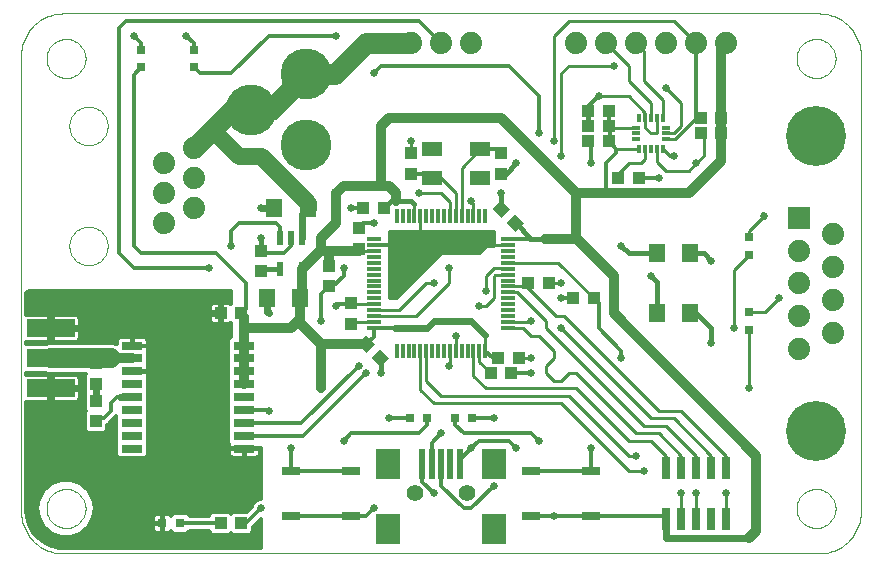
<source format=gtl>
G75*
G70*
%OFA0B0*%
%FSLAX24Y24*%
%IPPOS*%
%LPD*%
%AMOC8*
5,1,8,0,0,1.08239X$1,22.5*
%
%ADD10C,0.0000*%
%ADD11R,0.0709X0.0315*%
%ADD12R,0.0709X0.0276*%
%ADD13R,0.0118X0.0472*%
%ADD14R,0.0472X0.0118*%
%ADD15R,0.0315X0.0118*%
%ADD16R,0.0118X0.0315*%
%ADD17R,0.0433X0.0394*%
%ADD18C,0.0740*%
%ADD19R,0.0551X0.0630*%
%ADD20R,0.0315X0.0315*%
%ADD21R,0.0217X0.0472*%
%ADD22R,0.0394X0.0433*%
%ADD23R,0.0600X0.0300*%
%ADD24R,0.1600X0.0600*%
%ADD25R,0.0740X0.0740*%
%ADD26C,0.2000*%
%ADD27R,0.0710X0.0470*%
%ADD28R,0.0290X0.0730*%
%ADD29C,0.1700*%
%ADD30C,0.0554*%
%ADD31R,0.0197X0.0984*%
%ADD32R,0.0787X0.0984*%
%ADD33C,0.0100*%
%ADD34C,0.0120*%
%ADD35C,0.0160*%
%ADD36C,0.0320*%
%ADD37C,0.0317*%
%ADD38C,0.0240*%
%ADD39C,0.0250*%
%ADD40C,0.0270*%
%ADD41C,0.0660*%
%ADD42C,0.0700*%
%ADD43C,0.0560*%
D10*
X002504Y000463D02*
X027676Y000463D01*
X027750Y000465D01*
X027824Y000471D01*
X027897Y000480D01*
X027970Y000494D01*
X028042Y000511D01*
X028113Y000532D01*
X028183Y000557D01*
X028251Y000585D01*
X028318Y000617D01*
X028383Y000652D01*
X028446Y000691D01*
X028507Y000733D01*
X028566Y000778D01*
X028622Y000826D01*
X028676Y000877D01*
X028727Y000931D01*
X028775Y000987D01*
X028820Y001046D01*
X028862Y001107D01*
X028901Y001170D01*
X028936Y001235D01*
X028968Y001302D01*
X028996Y001370D01*
X029021Y001440D01*
X029042Y001511D01*
X029059Y001583D01*
X029073Y001656D01*
X029082Y001729D01*
X029088Y001803D01*
X029090Y001877D01*
X029090Y017049D01*
X029088Y017123D01*
X029082Y017197D01*
X029073Y017270D01*
X029059Y017343D01*
X029042Y017415D01*
X029021Y017486D01*
X028996Y017556D01*
X028968Y017624D01*
X028936Y017691D01*
X028901Y017756D01*
X028862Y017819D01*
X028820Y017880D01*
X028775Y017939D01*
X028727Y017995D01*
X028676Y018049D01*
X028622Y018100D01*
X028566Y018148D01*
X028507Y018193D01*
X028446Y018235D01*
X028383Y018274D01*
X028318Y018309D01*
X028251Y018341D01*
X028183Y018369D01*
X028113Y018394D01*
X028042Y018415D01*
X027970Y018432D01*
X027897Y018446D01*
X027824Y018455D01*
X027750Y018461D01*
X027676Y018463D01*
X002504Y018463D01*
X002430Y018461D01*
X002356Y018455D01*
X002283Y018446D01*
X002210Y018432D01*
X002138Y018415D01*
X002067Y018394D01*
X001997Y018369D01*
X001929Y018341D01*
X001862Y018309D01*
X001797Y018274D01*
X001734Y018235D01*
X001673Y018193D01*
X001614Y018148D01*
X001558Y018100D01*
X001504Y018049D01*
X001453Y017995D01*
X001405Y017939D01*
X001360Y017880D01*
X001318Y017819D01*
X001279Y017756D01*
X001244Y017691D01*
X001212Y017624D01*
X001184Y017556D01*
X001159Y017486D01*
X001138Y017415D01*
X001121Y017343D01*
X001107Y017270D01*
X001098Y017197D01*
X001092Y017123D01*
X001090Y017049D01*
X001090Y001877D01*
X001092Y001803D01*
X001098Y001729D01*
X001107Y001656D01*
X001121Y001583D01*
X001138Y001511D01*
X001159Y001440D01*
X001184Y001370D01*
X001212Y001302D01*
X001244Y001235D01*
X001279Y001170D01*
X001318Y001107D01*
X001360Y001046D01*
X001405Y000987D01*
X001453Y000931D01*
X001504Y000877D01*
X001558Y000826D01*
X001614Y000778D01*
X001673Y000733D01*
X001734Y000691D01*
X001797Y000652D01*
X001862Y000617D01*
X001929Y000585D01*
X001997Y000557D01*
X002067Y000532D01*
X002138Y000511D01*
X002210Y000494D01*
X002283Y000480D01*
X002356Y000471D01*
X002430Y000465D01*
X002504Y000463D01*
X001940Y001963D02*
X001942Y002013D01*
X001948Y002063D01*
X001958Y002113D01*
X001971Y002161D01*
X001988Y002209D01*
X002009Y002255D01*
X002033Y002299D01*
X002061Y002341D01*
X002092Y002381D01*
X002126Y002418D01*
X002163Y002453D01*
X002202Y002484D01*
X002243Y002513D01*
X002287Y002538D01*
X002333Y002560D01*
X002380Y002578D01*
X002428Y002592D01*
X002477Y002603D01*
X002527Y002610D01*
X002577Y002613D01*
X002628Y002612D01*
X002678Y002607D01*
X002728Y002598D01*
X002776Y002586D01*
X002824Y002569D01*
X002870Y002549D01*
X002915Y002526D01*
X002958Y002499D01*
X002998Y002469D01*
X003036Y002436D01*
X003071Y002400D01*
X003104Y002361D01*
X003133Y002320D01*
X003159Y002277D01*
X003182Y002232D01*
X003201Y002185D01*
X003216Y002137D01*
X003228Y002088D01*
X003236Y002038D01*
X003240Y001988D01*
X003240Y001938D01*
X003236Y001888D01*
X003228Y001838D01*
X003216Y001789D01*
X003201Y001741D01*
X003182Y001694D01*
X003159Y001649D01*
X003133Y001606D01*
X003104Y001565D01*
X003071Y001526D01*
X003036Y001490D01*
X002998Y001457D01*
X002958Y001427D01*
X002915Y001400D01*
X002870Y001377D01*
X002824Y001357D01*
X002776Y001340D01*
X002728Y001328D01*
X002678Y001319D01*
X002628Y001314D01*
X002577Y001313D01*
X002527Y001316D01*
X002477Y001323D01*
X002428Y001334D01*
X002380Y001348D01*
X002333Y001366D01*
X002287Y001388D01*
X002243Y001413D01*
X002202Y001442D01*
X002163Y001473D01*
X002126Y001508D01*
X002092Y001545D01*
X002061Y001585D01*
X002033Y001627D01*
X002009Y001671D01*
X001988Y001717D01*
X001971Y001765D01*
X001958Y001813D01*
X001948Y001863D01*
X001942Y001913D01*
X001940Y001963D01*
X002700Y010713D02*
X002702Y010763D01*
X002708Y010813D01*
X002718Y010862D01*
X002731Y010911D01*
X002749Y010958D01*
X002770Y011004D01*
X002794Y011047D01*
X002822Y011089D01*
X002853Y011129D01*
X002887Y011166D01*
X002924Y011200D01*
X002964Y011231D01*
X003006Y011259D01*
X003049Y011283D01*
X003095Y011304D01*
X003142Y011322D01*
X003191Y011335D01*
X003240Y011345D01*
X003290Y011351D01*
X003340Y011353D01*
X003390Y011351D01*
X003440Y011345D01*
X003489Y011335D01*
X003538Y011322D01*
X003585Y011304D01*
X003631Y011283D01*
X003674Y011259D01*
X003716Y011231D01*
X003756Y011200D01*
X003793Y011166D01*
X003827Y011129D01*
X003858Y011089D01*
X003886Y011047D01*
X003910Y011004D01*
X003931Y010958D01*
X003949Y010911D01*
X003962Y010862D01*
X003972Y010813D01*
X003978Y010763D01*
X003980Y010713D01*
X003978Y010663D01*
X003972Y010613D01*
X003962Y010564D01*
X003949Y010515D01*
X003931Y010468D01*
X003910Y010422D01*
X003886Y010379D01*
X003858Y010337D01*
X003827Y010297D01*
X003793Y010260D01*
X003756Y010226D01*
X003716Y010195D01*
X003674Y010167D01*
X003631Y010143D01*
X003585Y010122D01*
X003538Y010104D01*
X003489Y010091D01*
X003440Y010081D01*
X003390Y010075D01*
X003340Y010073D01*
X003290Y010075D01*
X003240Y010081D01*
X003191Y010091D01*
X003142Y010104D01*
X003095Y010122D01*
X003049Y010143D01*
X003006Y010167D01*
X002964Y010195D01*
X002924Y010226D01*
X002887Y010260D01*
X002853Y010297D01*
X002822Y010337D01*
X002794Y010379D01*
X002770Y010422D01*
X002749Y010468D01*
X002731Y010515D01*
X002718Y010564D01*
X002708Y010613D01*
X002702Y010663D01*
X002700Y010713D01*
X002700Y014713D02*
X002702Y014763D01*
X002708Y014813D01*
X002718Y014862D01*
X002731Y014911D01*
X002749Y014958D01*
X002770Y015004D01*
X002794Y015047D01*
X002822Y015089D01*
X002853Y015129D01*
X002887Y015166D01*
X002924Y015200D01*
X002964Y015231D01*
X003006Y015259D01*
X003049Y015283D01*
X003095Y015304D01*
X003142Y015322D01*
X003191Y015335D01*
X003240Y015345D01*
X003290Y015351D01*
X003340Y015353D01*
X003390Y015351D01*
X003440Y015345D01*
X003489Y015335D01*
X003538Y015322D01*
X003585Y015304D01*
X003631Y015283D01*
X003674Y015259D01*
X003716Y015231D01*
X003756Y015200D01*
X003793Y015166D01*
X003827Y015129D01*
X003858Y015089D01*
X003886Y015047D01*
X003910Y015004D01*
X003931Y014958D01*
X003949Y014911D01*
X003962Y014862D01*
X003972Y014813D01*
X003978Y014763D01*
X003980Y014713D01*
X003978Y014663D01*
X003972Y014613D01*
X003962Y014564D01*
X003949Y014515D01*
X003931Y014468D01*
X003910Y014422D01*
X003886Y014379D01*
X003858Y014337D01*
X003827Y014297D01*
X003793Y014260D01*
X003756Y014226D01*
X003716Y014195D01*
X003674Y014167D01*
X003631Y014143D01*
X003585Y014122D01*
X003538Y014104D01*
X003489Y014091D01*
X003440Y014081D01*
X003390Y014075D01*
X003340Y014073D01*
X003290Y014075D01*
X003240Y014081D01*
X003191Y014091D01*
X003142Y014104D01*
X003095Y014122D01*
X003049Y014143D01*
X003006Y014167D01*
X002964Y014195D01*
X002924Y014226D01*
X002887Y014260D01*
X002853Y014297D01*
X002822Y014337D01*
X002794Y014379D01*
X002770Y014422D01*
X002749Y014468D01*
X002731Y014515D01*
X002718Y014564D01*
X002708Y014613D01*
X002702Y014663D01*
X002700Y014713D01*
X001940Y016963D02*
X001942Y017013D01*
X001948Y017063D01*
X001958Y017113D01*
X001971Y017161D01*
X001988Y017209D01*
X002009Y017255D01*
X002033Y017299D01*
X002061Y017341D01*
X002092Y017381D01*
X002126Y017418D01*
X002163Y017453D01*
X002202Y017484D01*
X002243Y017513D01*
X002287Y017538D01*
X002333Y017560D01*
X002380Y017578D01*
X002428Y017592D01*
X002477Y017603D01*
X002527Y017610D01*
X002577Y017613D01*
X002628Y017612D01*
X002678Y017607D01*
X002728Y017598D01*
X002776Y017586D01*
X002824Y017569D01*
X002870Y017549D01*
X002915Y017526D01*
X002958Y017499D01*
X002998Y017469D01*
X003036Y017436D01*
X003071Y017400D01*
X003104Y017361D01*
X003133Y017320D01*
X003159Y017277D01*
X003182Y017232D01*
X003201Y017185D01*
X003216Y017137D01*
X003228Y017088D01*
X003236Y017038D01*
X003240Y016988D01*
X003240Y016938D01*
X003236Y016888D01*
X003228Y016838D01*
X003216Y016789D01*
X003201Y016741D01*
X003182Y016694D01*
X003159Y016649D01*
X003133Y016606D01*
X003104Y016565D01*
X003071Y016526D01*
X003036Y016490D01*
X002998Y016457D01*
X002958Y016427D01*
X002915Y016400D01*
X002870Y016377D01*
X002824Y016357D01*
X002776Y016340D01*
X002728Y016328D01*
X002678Y016319D01*
X002628Y016314D01*
X002577Y016313D01*
X002527Y016316D01*
X002477Y016323D01*
X002428Y016334D01*
X002380Y016348D01*
X002333Y016366D01*
X002287Y016388D01*
X002243Y016413D01*
X002202Y016442D01*
X002163Y016473D01*
X002126Y016508D01*
X002092Y016545D01*
X002061Y016585D01*
X002033Y016627D01*
X002009Y016671D01*
X001988Y016717D01*
X001971Y016765D01*
X001958Y016813D01*
X001948Y016863D01*
X001942Y016913D01*
X001940Y016963D01*
X026940Y016963D02*
X026942Y017013D01*
X026948Y017063D01*
X026958Y017113D01*
X026971Y017161D01*
X026988Y017209D01*
X027009Y017255D01*
X027033Y017299D01*
X027061Y017341D01*
X027092Y017381D01*
X027126Y017418D01*
X027163Y017453D01*
X027202Y017484D01*
X027243Y017513D01*
X027287Y017538D01*
X027333Y017560D01*
X027380Y017578D01*
X027428Y017592D01*
X027477Y017603D01*
X027527Y017610D01*
X027577Y017613D01*
X027628Y017612D01*
X027678Y017607D01*
X027728Y017598D01*
X027776Y017586D01*
X027824Y017569D01*
X027870Y017549D01*
X027915Y017526D01*
X027958Y017499D01*
X027998Y017469D01*
X028036Y017436D01*
X028071Y017400D01*
X028104Y017361D01*
X028133Y017320D01*
X028159Y017277D01*
X028182Y017232D01*
X028201Y017185D01*
X028216Y017137D01*
X028228Y017088D01*
X028236Y017038D01*
X028240Y016988D01*
X028240Y016938D01*
X028236Y016888D01*
X028228Y016838D01*
X028216Y016789D01*
X028201Y016741D01*
X028182Y016694D01*
X028159Y016649D01*
X028133Y016606D01*
X028104Y016565D01*
X028071Y016526D01*
X028036Y016490D01*
X027998Y016457D01*
X027958Y016427D01*
X027915Y016400D01*
X027870Y016377D01*
X027824Y016357D01*
X027776Y016340D01*
X027728Y016328D01*
X027678Y016319D01*
X027628Y016314D01*
X027577Y016313D01*
X027527Y016316D01*
X027477Y016323D01*
X027428Y016334D01*
X027380Y016348D01*
X027333Y016366D01*
X027287Y016388D01*
X027243Y016413D01*
X027202Y016442D01*
X027163Y016473D01*
X027126Y016508D01*
X027092Y016545D01*
X027061Y016585D01*
X027033Y016627D01*
X027009Y016671D01*
X026988Y016717D01*
X026971Y016765D01*
X026958Y016813D01*
X026948Y016863D01*
X026942Y016913D01*
X026940Y016963D01*
X026940Y001963D02*
X026942Y002013D01*
X026948Y002063D01*
X026958Y002113D01*
X026971Y002161D01*
X026988Y002209D01*
X027009Y002255D01*
X027033Y002299D01*
X027061Y002341D01*
X027092Y002381D01*
X027126Y002418D01*
X027163Y002453D01*
X027202Y002484D01*
X027243Y002513D01*
X027287Y002538D01*
X027333Y002560D01*
X027380Y002578D01*
X027428Y002592D01*
X027477Y002603D01*
X027527Y002610D01*
X027577Y002613D01*
X027628Y002612D01*
X027678Y002607D01*
X027728Y002598D01*
X027776Y002586D01*
X027824Y002569D01*
X027870Y002549D01*
X027915Y002526D01*
X027958Y002499D01*
X027998Y002469D01*
X028036Y002436D01*
X028071Y002400D01*
X028104Y002361D01*
X028133Y002320D01*
X028159Y002277D01*
X028182Y002232D01*
X028201Y002185D01*
X028216Y002137D01*
X028228Y002088D01*
X028236Y002038D01*
X028240Y001988D01*
X028240Y001938D01*
X028236Y001888D01*
X028228Y001838D01*
X028216Y001789D01*
X028201Y001741D01*
X028182Y001694D01*
X028159Y001649D01*
X028133Y001606D01*
X028104Y001565D01*
X028071Y001526D01*
X028036Y001490D01*
X027998Y001457D01*
X027958Y001427D01*
X027915Y001400D01*
X027870Y001377D01*
X027824Y001357D01*
X027776Y001340D01*
X027728Y001328D01*
X027678Y001319D01*
X027628Y001314D01*
X027577Y001313D01*
X027527Y001316D01*
X027477Y001323D01*
X027428Y001334D01*
X027380Y001348D01*
X027333Y001366D01*
X027287Y001388D01*
X027243Y001413D01*
X027202Y001442D01*
X027163Y001473D01*
X027126Y001508D01*
X027092Y001545D01*
X027061Y001585D01*
X027033Y001627D01*
X027009Y001671D01*
X026988Y001717D01*
X026971Y001765D01*
X026958Y001813D01*
X026948Y001863D01*
X026942Y001913D01*
X026940Y001963D01*
D11*
X008539Y004369D03*
X008539Y004802D03*
X008539Y005235D03*
X008539Y005668D03*
X008539Y006101D03*
X008539Y006534D03*
X008539Y006967D03*
X004799Y006967D03*
X004799Y006534D03*
X004799Y006101D03*
X004799Y005668D03*
X004799Y005235D03*
X004799Y004802D03*
X004799Y004369D03*
D12*
X004799Y003956D03*
X008539Y003956D03*
X008539Y007381D03*
X004799Y007381D03*
D13*
X013614Y007219D03*
X013810Y007219D03*
X014007Y007219D03*
X014204Y007219D03*
X014401Y007219D03*
X014598Y007219D03*
X014795Y007219D03*
X014992Y007219D03*
X015188Y007219D03*
X015385Y007219D03*
X015582Y007219D03*
X015779Y007219D03*
X015976Y007219D03*
X016173Y007219D03*
X016370Y007219D03*
X016566Y007219D03*
X016566Y011707D03*
X016370Y011707D03*
X016173Y011707D03*
X015976Y011707D03*
X015779Y011707D03*
X015582Y011707D03*
X015385Y011707D03*
X015188Y011707D03*
X014992Y011707D03*
X014795Y011707D03*
X014598Y011707D03*
X014401Y011707D03*
X014204Y011707D03*
X014007Y011707D03*
X013810Y011707D03*
X013614Y011707D03*
D14*
X012846Y010939D03*
X012846Y010742D03*
X012846Y010546D03*
X012846Y010349D03*
X012846Y010152D03*
X012846Y009955D03*
X012846Y009758D03*
X012846Y009561D03*
X012846Y009364D03*
X012846Y009168D03*
X012846Y008971D03*
X012846Y008774D03*
X012846Y008577D03*
X012846Y008380D03*
X012846Y008183D03*
X012846Y007986D03*
X017334Y007986D03*
X017334Y008183D03*
X017334Y008380D03*
X017334Y008577D03*
X017334Y008774D03*
X017334Y008971D03*
X017334Y009168D03*
X017334Y009364D03*
X017334Y009561D03*
X017334Y009758D03*
X017334Y009955D03*
X017334Y010152D03*
X017334Y010349D03*
X017334Y010546D03*
X017334Y010742D03*
X017334Y010939D03*
D15*
X021588Y014266D03*
X021588Y014463D03*
X021588Y014660D03*
X022592Y014660D03*
X022592Y014463D03*
X022592Y014266D03*
D16*
X022484Y013961D03*
X022287Y013961D03*
X022090Y013961D03*
X021893Y013961D03*
X021696Y013961D03*
X021696Y014965D03*
X021893Y014965D03*
X022090Y014965D03*
X022287Y014965D03*
X022484Y014965D03*
D17*
X023755Y014963D03*
X023755Y014463D03*
X024425Y014463D03*
X024425Y014963D03*
X021675Y012963D03*
X021005Y012963D03*
X020675Y014213D03*
X020675Y014713D03*
X020005Y014713D03*
X020005Y014213D03*
X020005Y015213D03*
X020675Y015213D03*
G36*
X017116Y011657D02*
X016811Y011962D01*
X017090Y012241D01*
X017395Y011936D01*
X017116Y011657D01*
G37*
G36*
X017590Y011184D02*
X017285Y011489D01*
X017564Y011768D01*
X017869Y011463D01*
X017590Y011184D01*
G37*
X018005Y009463D03*
X018675Y009463D03*
X019505Y008963D03*
X020175Y008963D03*
X017675Y006963D03*
X017425Y006463D03*
X017005Y006963D03*
X016755Y006463D03*
G36*
X013064Y007268D02*
X013369Y006963D01*
X013090Y006684D01*
X012785Y006989D01*
X013064Y007268D01*
G37*
G36*
X012590Y007741D02*
X012895Y007436D01*
X012616Y007157D01*
X012311Y007462D01*
X012590Y007741D01*
G37*
X008425Y008463D03*
X007755Y008463D03*
X012505Y011963D03*
X013175Y011963D03*
X008425Y001463D03*
X007755Y001463D03*
D18*
X005840Y011463D03*
X006840Y011963D03*
X005840Y012463D03*
X006840Y012963D03*
X005840Y013463D03*
X006840Y013963D03*
X014090Y017463D03*
X015090Y017463D03*
X016090Y017463D03*
X019590Y017463D03*
X020590Y017463D03*
X021590Y017463D03*
X022590Y017463D03*
X023590Y017463D03*
X024590Y017463D03*
X028149Y011097D03*
X027031Y010553D03*
X028149Y010006D03*
X027031Y009463D03*
X028149Y008920D03*
X027031Y008372D03*
X028149Y007829D03*
X027031Y007282D03*
D19*
X023391Y008463D03*
X022289Y008463D03*
X022289Y010463D03*
X023391Y010463D03*
X010641Y011963D03*
X009539Y011963D03*
X009289Y008963D03*
X010391Y008963D03*
D20*
X014045Y004963D03*
X014635Y004963D03*
X015545Y004963D03*
X016135Y004963D03*
X025340Y007918D03*
X025340Y008508D03*
X025340Y010418D03*
X025340Y011008D03*
X006840Y016668D03*
X006840Y017258D03*
X005090Y017258D03*
X005090Y016668D03*
X005795Y001463D03*
X006385Y001463D03*
D21*
X009716Y009951D03*
X010464Y009951D03*
X010464Y010975D03*
X010090Y010975D03*
X009716Y010975D03*
D22*
X009090Y010547D03*
X009090Y009878D03*
X011340Y010047D03*
X012340Y010628D03*
X012340Y011297D03*
X014090Y013128D03*
X014090Y013797D03*
X017090Y013797D03*
X017090Y013128D03*
X011340Y009378D03*
X012090Y008797D03*
X012090Y008128D03*
X003590Y006797D03*
X003590Y006128D03*
X003590Y005547D03*
X003590Y004878D03*
D23*
X010090Y003213D03*
X012090Y003213D03*
X012090Y001713D03*
X010090Y001713D03*
X018090Y001713D03*
X020090Y001713D03*
X020090Y003213D03*
X018090Y003213D03*
D24*
X002090Y005963D03*
X002090Y006963D03*
X002090Y007963D03*
D25*
X027031Y011644D03*
D26*
X027590Y014384D03*
X027590Y004542D03*
D27*
X016390Y012993D03*
X016390Y013933D03*
X014790Y013933D03*
X014790Y012993D03*
D28*
X022590Y003298D03*
X023090Y003298D03*
X023590Y003298D03*
X024090Y003298D03*
X024590Y003298D03*
X024590Y001628D03*
X024090Y001628D03*
X023590Y001628D03*
X023090Y001628D03*
X022590Y001628D03*
D29*
X010590Y014069D03*
X008740Y015250D03*
X010590Y016431D03*
D30*
X014224Y002463D03*
X015956Y002463D03*
D31*
X015720Y003447D03*
X015405Y003447D03*
X015090Y003447D03*
X014775Y003447D03*
X014460Y003447D03*
D32*
X013318Y003447D03*
X016862Y003447D03*
X016862Y001282D03*
X013318Y001282D03*
D33*
X014840Y005463D02*
X014401Y005902D01*
X014401Y007219D01*
X014598Y007219D02*
X014598Y006205D01*
X015090Y005713D01*
X019340Y005713D01*
X021340Y003713D01*
X021590Y003713D01*
X021340Y003213D02*
X021840Y003213D01*
X021340Y003213D02*
X019090Y005463D01*
X014840Y005463D01*
X016173Y006380D02*
X016173Y007219D01*
X016370Y007219D02*
X016370Y006849D01*
X016755Y006463D01*
X016590Y005963D02*
X016173Y006380D01*
X016590Y005963D02*
X019590Y005963D01*
X021340Y004213D01*
X022090Y004213D01*
X022590Y003713D01*
X022590Y003298D01*
X023090Y003298D02*
X023090Y003713D01*
X022340Y004463D01*
X021590Y004463D01*
X019590Y006463D01*
X019340Y006463D01*
X019090Y006213D01*
X018840Y006213D01*
X018590Y006463D01*
X018590Y006713D01*
X018840Y006963D01*
X018840Y007213D01*
X018340Y007713D01*
X018090Y007713D01*
X017822Y007981D01*
X017340Y007981D01*
X017334Y008183D02*
X018060Y008183D01*
X018090Y008213D01*
X018590Y008213D02*
X017635Y009168D01*
X017334Y009168D01*
X017334Y009364D02*
X017938Y009364D01*
X018938Y008364D01*
X019188Y008364D01*
X022340Y005213D01*
X023090Y005213D01*
X024590Y003713D01*
X024590Y003298D01*
X024090Y003298D02*
X024090Y003713D01*
X022840Y004963D01*
X022090Y004963D01*
X019090Y007963D01*
X018590Y007963D02*
X018590Y008213D01*
X018590Y007963D02*
X021840Y004713D01*
X022590Y004713D01*
X023590Y003713D01*
X023590Y003298D01*
X023590Y002463D02*
X023590Y001628D01*
X023090Y001628D02*
X023090Y002463D01*
X024590Y002463D02*
X024590Y001628D01*
X025340Y005963D02*
X025340Y007918D01*
X024840Y007963D02*
X024840Y009918D01*
X025340Y010418D01*
X025340Y011008D02*
X025340Y011213D01*
X025840Y011713D01*
X023590Y013463D02*
X023340Y013213D01*
X022590Y013213D01*
X022287Y013516D01*
X022287Y013961D01*
X022484Y013961D02*
X022732Y013713D01*
X021893Y013601D02*
X021755Y013463D01*
X021340Y013463D01*
X021005Y013128D01*
X021893Y013601D02*
X021893Y013961D01*
X021696Y013961D02*
X020927Y013961D01*
X020728Y014660D02*
X021588Y014660D01*
X021893Y014660D02*
X021893Y014965D01*
X021893Y015160D01*
X021340Y015713D01*
X020340Y015713D01*
X021340Y016213D02*
X021340Y016713D01*
X020590Y017463D01*
X021590Y017463D02*
X021840Y017213D01*
X021840Y016213D01*
X022484Y015569D01*
X022484Y014965D01*
X022287Y014965D02*
X022287Y014483D01*
X022267Y014463D01*
X022090Y014463D01*
X021893Y014660D01*
X022090Y014965D02*
X022090Y015463D01*
X021340Y016213D01*
X020840Y016713D02*
X019340Y016713D01*
X019090Y016463D01*
X019090Y013713D01*
X018840Y014213D02*
X018840Y017713D01*
X019340Y018213D01*
X022840Y018213D01*
X023590Y017463D01*
X022590Y015963D02*
X023090Y015463D01*
X023090Y014713D01*
X022840Y014463D01*
X022592Y014463D01*
X022592Y014266D02*
X022893Y014266D01*
X023590Y014963D01*
X023840Y014378D02*
X023840Y013713D01*
X023590Y013463D01*
X020175Y008963D02*
X018986Y010152D01*
X017334Y010152D01*
X017326Y009963D02*
X016840Y009963D01*
X016590Y009713D01*
X016590Y009213D01*
X016840Y008963D02*
X016590Y008713D01*
X016340Y008713D01*
X016840Y008963D02*
X016840Y009713D01*
X016885Y009758D01*
X017334Y009758D01*
X017334Y009955D02*
X017333Y009959D01*
X017330Y009962D01*
X017326Y009963D01*
X016590Y010713D02*
X016340Y010463D01*
X015090Y010463D01*
X013590Y008963D01*
X013340Y008963D01*
X013340Y011213D01*
X016840Y011213D01*
X016840Y010713D01*
X016590Y010713D01*
X016584Y010707D02*
X013340Y010707D01*
X013340Y010805D02*
X016840Y010805D01*
X016840Y010904D02*
X013340Y010904D01*
X013340Y011002D02*
X016840Y011002D01*
X016840Y011101D02*
X013340Y011101D01*
X013340Y011199D02*
X016840Y011199D01*
X016173Y011707D02*
X016173Y012130D01*
X016090Y012213D01*
X015582Y012471D02*
X015090Y012963D01*
X015090Y012463D02*
X014340Y012463D01*
X014204Y012099D02*
X014204Y011707D01*
X014401Y011707D02*
X014401Y011152D01*
X015039Y010411D02*
X013340Y010411D01*
X013340Y010313D02*
X014940Y010313D01*
X014842Y010214D02*
X013340Y010214D01*
X013340Y010116D02*
X014743Y010116D01*
X014645Y010017D02*
X013340Y010017D01*
X013340Y009919D02*
X014546Y009919D01*
X014448Y009820D02*
X013340Y009820D01*
X013340Y009722D02*
X014349Y009722D01*
X014251Y009623D02*
X013340Y009623D01*
X013340Y009525D02*
X014152Y009525D01*
X014054Y009426D02*
X013340Y009426D01*
X013340Y009328D02*
X013955Y009328D01*
X013857Y009229D02*
X013340Y009229D01*
X013340Y009131D02*
X013758Y009131D01*
X013660Y009032D02*
X013340Y009032D01*
X012846Y008774D02*
X012090Y008774D01*
X012846Y008577D02*
X013704Y008577D01*
X014590Y009463D01*
X014840Y009463D01*
X015340Y009463D02*
X015340Y009963D01*
X015340Y009463D02*
X014257Y008380D01*
X012846Y008380D01*
X012846Y008183D02*
X012145Y008183D01*
X015385Y007219D02*
X015385Y006758D01*
X015340Y006713D01*
X015582Y007219D02*
X015582Y007705D01*
X015590Y007713D01*
X016566Y007736D02*
X016566Y007219D01*
X017675Y006963D02*
X018090Y006963D01*
X018675Y009463D02*
X019090Y009463D01*
X017334Y010742D02*
X016120Y010742D01*
X016090Y010713D01*
X016387Y010510D02*
X013340Y010510D01*
X013340Y010608D02*
X016486Y010608D01*
X015779Y011707D02*
X015779Y013322D01*
X016390Y013933D01*
X015582Y012471D02*
X015582Y011707D01*
X015385Y011707D02*
X015385Y012168D01*
X015090Y012463D01*
X014090Y013797D02*
X014090Y014213D01*
X012846Y010546D02*
X012340Y010546D01*
X025340Y008508D02*
X025885Y008508D01*
X026340Y008963D01*
D34*
X001525Y001126D02*
X001364Y001405D01*
X001281Y001716D01*
X001270Y001877D01*
X001270Y005503D01*
X002030Y005503D01*
X002030Y005903D01*
X002150Y005903D01*
X002150Y006023D01*
X002030Y006023D01*
X002030Y006423D01*
X001270Y006423D01*
X001270Y006483D01*
X001916Y006483D01*
X001989Y006453D01*
X003247Y006453D01*
X003213Y006419D01*
X003213Y005256D01*
X003257Y005213D01*
X003213Y005169D01*
X003213Y004587D01*
X003319Y004482D01*
X003861Y004482D01*
X003967Y004587D01*
X003967Y004756D01*
X003976Y004759D01*
X004226Y005009D01*
X004264Y005048D01*
X004264Y003743D01*
X004370Y003638D01*
X005228Y003638D01*
X005333Y003743D01*
X005333Y006333D01*
X005312Y006354D01*
X005313Y006356D01*
X005313Y006516D01*
X004817Y006516D01*
X004817Y006553D01*
X005313Y006553D01*
X005313Y006713D01*
X005312Y006715D01*
X005333Y006735D01*
X005333Y007199D01*
X005312Y007220D01*
X005313Y007222D01*
X005313Y007372D01*
X004808Y007372D01*
X004808Y007390D01*
X005313Y007390D01*
X005313Y007540D01*
X005302Y007580D01*
X005281Y007617D01*
X005251Y007647D01*
X005215Y007668D01*
X005174Y007679D01*
X004808Y007679D01*
X004808Y007390D01*
X004790Y007390D01*
X004790Y007679D01*
X004423Y007679D01*
X004383Y007668D01*
X004346Y007647D01*
X004316Y007617D01*
X004295Y007580D01*
X004284Y007540D01*
X004284Y007434D01*
X004191Y007473D01*
X001989Y007473D01*
X001916Y007443D01*
X001270Y007443D01*
X001270Y007503D01*
X002030Y007503D01*
X002030Y007903D01*
X002150Y007903D01*
X002150Y008023D01*
X002030Y008023D01*
X002030Y008423D01*
X001270Y008423D01*
X001270Y009143D01*
X001340Y009213D01*
X008090Y009213D01*
X008090Y008796D01*
X008076Y008782D01*
X008070Y008788D01*
X008034Y008809D01*
X007993Y008820D01*
X007794Y008820D01*
X007794Y008501D01*
X007717Y008501D01*
X007717Y008424D01*
X007794Y008424D01*
X007794Y008106D01*
X007993Y008106D01*
X008034Y008117D01*
X008070Y008138D01*
X008076Y008144D01*
X008090Y008130D01*
X008090Y007679D01*
X008004Y007593D01*
X008004Y004137D01*
X008025Y004116D01*
X008024Y004114D01*
X008024Y003964D01*
X008090Y003964D01*
X008090Y003963D01*
X008530Y003963D01*
X008530Y003947D01*
X008024Y003947D01*
X008024Y003797D01*
X008035Y003756D01*
X008056Y003720D01*
X008086Y003690D01*
X008123Y003669D01*
X008163Y003658D01*
X008530Y003658D01*
X008530Y003947D01*
X008548Y003947D01*
X008548Y003963D01*
X009090Y003963D01*
X009090Y002268D01*
X009029Y002268D01*
X008917Y002221D01*
X008831Y002136D01*
X008785Y002024D01*
X008785Y001997D01*
X008627Y001840D01*
X008134Y001840D01*
X008090Y001796D01*
X008046Y001840D01*
X007464Y001840D01*
X007359Y001734D01*
X007359Y001703D01*
X006715Y001703D01*
X006617Y001800D01*
X006153Y001800D01*
X006076Y001723D01*
X006050Y001748D01*
X006014Y001769D01*
X005973Y001780D01*
X005813Y001780D01*
X005813Y001482D01*
X005776Y001482D01*
X005776Y001780D01*
X005616Y001780D01*
X005575Y001769D01*
X005539Y001748D01*
X005509Y001719D01*
X005488Y001682D01*
X005477Y001641D01*
X005477Y001482D01*
X005776Y001482D01*
X005776Y001444D01*
X005813Y001444D01*
X005813Y001145D01*
X005973Y001145D01*
X006014Y001156D01*
X006050Y001177D01*
X006076Y001203D01*
X006153Y001125D01*
X006617Y001125D01*
X006715Y001223D01*
X007359Y001223D01*
X007359Y001191D01*
X007464Y001086D01*
X008046Y001086D01*
X008090Y001130D01*
X008134Y001086D01*
X008716Y001086D01*
X008821Y001191D01*
X008821Y001355D01*
X009090Y001623D01*
X009090Y000643D01*
X002504Y000643D01*
X002343Y000653D01*
X002032Y000737D01*
X001753Y000898D01*
X001525Y001126D01*
X001497Y001174D02*
X002052Y001174D01*
X002108Y001127D02*
X002422Y001013D01*
X002499Y001013D01*
X002758Y001013D01*
X003072Y001127D01*
X003072Y001127D01*
X003329Y001343D01*
X003496Y001633D01*
X003555Y001963D01*
X003496Y002293D01*
X003329Y002583D01*
X003072Y002798D01*
X002758Y002913D01*
X002422Y002913D01*
X002108Y002798D01*
X001851Y002583D01*
X001851Y002583D01*
X001851Y002583D01*
X001684Y002293D01*
X001684Y002293D01*
X001625Y001963D01*
X001684Y001633D01*
X001851Y001343D01*
X001851Y001343D01*
X002108Y001127D01*
X002108Y001127D01*
X002306Y001055D02*
X001595Y001055D01*
X001714Y000937D02*
X009090Y000937D01*
X009090Y001055D02*
X002874Y001055D01*
X003128Y001174D02*
X005545Y001174D01*
X005539Y001177D02*
X005575Y001156D01*
X005616Y001145D01*
X005776Y001145D01*
X005776Y001444D01*
X005477Y001444D01*
X005477Y001284D01*
X005488Y001244D01*
X005509Y001207D01*
X005539Y001177D01*
X005477Y001292D02*
X003269Y001292D01*
X003329Y001343D02*
X003329Y001343D01*
X003329Y001343D01*
X003368Y001411D02*
X005477Y001411D01*
X005477Y001529D02*
X003437Y001529D01*
X003496Y001633D02*
X003496Y001633D01*
X003499Y001648D02*
X005479Y001648D01*
X005570Y001766D02*
X003520Y001766D01*
X003541Y001885D02*
X008673Y001885D01*
X008785Y002003D02*
X003548Y002003D01*
X003555Y001963D02*
X003555Y001963D01*
X003527Y002122D02*
X008826Y002122D01*
X008963Y002240D02*
X003506Y002240D01*
X003496Y002293D02*
X003496Y002293D01*
X003458Y002359D02*
X009090Y002359D01*
X009090Y002477D02*
X003390Y002477D01*
X003329Y002583D02*
X003329Y002583D01*
X003314Y002596D02*
X009090Y002596D01*
X009090Y002714D02*
X003172Y002714D01*
X003072Y002798D02*
X003072Y002798D01*
X002977Y002833D02*
X009090Y002833D01*
X009090Y002951D02*
X001270Y002951D01*
X001270Y002833D02*
X002203Y002833D01*
X002008Y002714D02*
X001270Y002714D01*
X001270Y002596D02*
X001866Y002596D01*
X001790Y002477D02*
X001270Y002477D01*
X001270Y002359D02*
X001722Y002359D01*
X001674Y002240D02*
X001270Y002240D01*
X001270Y002122D02*
X001653Y002122D01*
X001632Y002003D02*
X001270Y002003D01*
X001270Y001885D02*
X001639Y001885D01*
X001625Y001963D02*
X001625Y001963D01*
X001660Y001766D02*
X001277Y001766D01*
X001299Y001648D02*
X001681Y001648D01*
X001684Y001633D02*
X001684Y001633D01*
X001743Y001529D02*
X001331Y001529D01*
X001362Y001411D02*
X001812Y001411D01*
X001911Y001292D02*
X001429Y001292D01*
X001891Y000818D02*
X009090Y000818D01*
X009090Y000700D02*
X002170Y000700D01*
X002032Y000737D02*
X002032Y000737D01*
X001270Y003070D02*
X009090Y003070D01*
X009090Y003188D02*
X001270Y003188D01*
X001270Y003307D02*
X009090Y003307D01*
X009090Y003425D02*
X001270Y003425D01*
X001270Y003544D02*
X009090Y003544D01*
X009090Y003662D02*
X008931Y003662D01*
X008914Y003658D02*
X008955Y003669D01*
X008991Y003690D01*
X009021Y003720D01*
X009042Y003756D01*
X009053Y003797D01*
X009053Y003947D01*
X008548Y003947D01*
X008548Y003658D01*
X008914Y003658D01*
X009049Y003781D02*
X009090Y003781D01*
X009090Y003899D02*
X009053Y003899D01*
X008548Y003899D02*
X008530Y003899D01*
X008530Y003781D02*
X008548Y003781D01*
X008548Y003662D02*
X008530Y003662D01*
X008146Y003662D02*
X005252Y003662D01*
X005333Y003781D02*
X008029Y003781D01*
X008024Y003899D02*
X005333Y003899D01*
X005333Y004018D02*
X008024Y004018D01*
X008005Y004136D02*
X005333Y004136D01*
X005333Y004255D02*
X008004Y004255D01*
X008004Y004373D02*
X005333Y004373D01*
X005333Y004492D02*
X008004Y004492D01*
X008004Y004610D02*
X005333Y004610D01*
X005333Y004729D02*
X008004Y004729D01*
X008004Y004847D02*
X005333Y004847D01*
X005333Y004966D02*
X008004Y004966D01*
X008004Y005084D02*
X005333Y005084D01*
X005333Y005203D02*
X008004Y005203D01*
X008004Y005321D02*
X005333Y005321D01*
X005333Y005440D02*
X008004Y005440D01*
X008004Y005558D02*
X005333Y005558D01*
X005333Y005677D02*
X008004Y005677D01*
X008004Y005795D02*
X005333Y005795D01*
X005333Y005914D02*
X008004Y005914D01*
X008004Y006032D02*
X005333Y006032D01*
X005333Y006151D02*
X008004Y006151D01*
X008004Y006269D02*
X005333Y006269D01*
X005313Y006388D02*
X008004Y006388D01*
X008004Y006506D02*
X005313Y006506D01*
X005313Y006625D02*
X008004Y006625D01*
X008004Y006743D02*
X005333Y006743D01*
X005333Y006862D02*
X008004Y006862D01*
X008004Y006980D02*
X005333Y006980D01*
X005333Y007099D02*
X008004Y007099D01*
X008004Y007217D02*
X005315Y007217D01*
X005313Y007336D02*
X008004Y007336D01*
X008004Y007454D02*
X005313Y007454D01*
X005304Y007573D02*
X008004Y007573D01*
X008090Y007691D02*
X003050Y007691D01*
X003050Y007642D02*
X003050Y007903D01*
X002150Y007903D01*
X002150Y007503D01*
X002911Y007503D01*
X002952Y007514D01*
X002988Y007535D01*
X003018Y007565D01*
X003039Y007601D01*
X003050Y007642D01*
X003023Y007573D02*
X004293Y007573D01*
X004284Y007454D02*
X004236Y007454D01*
X004790Y007454D02*
X004808Y007454D01*
X004808Y007573D02*
X004790Y007573D01*
X003050Y007810D02*
X008090Y007810D01*
X008090Y007928D02*
X002150Y007928D01*
X002150Y008023D02*
X003050Y008023D01*
X003050Y008284D01*
X003039Y008325D01*
X003018Y008361D01*
X002988Y008391D01*
X002952Y008412D01*
X002911Y008423D01*
X002150Y008423D01*
X002150Y008023D01*
X002150Y008047D02*
X002030Y008047D01*
X002030Y008165D02*
X002150Y008165D01*
X002150Y008284D02*
X002030Y008284D01*
X002030Y008402D02*
X002150Y008402D01*
X002968Y008402D02*
X007379Y008402D01*
X007379Y008424D02*
X007379Y008245D01*
X007390Y008204D01*
X007411Y008168D01*
X007441Y008138D01*
X007477Y008117D01*
X007518Y008106D01*
X007717Y008106D01*
X007717Y008424D01*
X007379Y008424D01*
X007379Y008501D02*
X007717Y008501D01*
X007717Y008820D01*
X007518Y008820D01*
X007477Y008809D01*
X007441Y008788D01*
X007411Y008758D01*
X007390Y008721D01*
X007379Y008681D01*
X007379Y008501D01*
X007379Y008521D02*
X001270Y008521D01*
X001270Y008639D02*
X007379Y008639D01*
X007411Y008758D02*
X001270Y008758D01*
X001270Y008876D02*
X008090Y008876D01*
X008090Y008995D02*
X001270Y008995D01*
X001270Y009113D02*
X008090Y009113D01*
X007794Y008758D02*
X007717Y008758D01*
X007717Y008639D02*
X007794Y008639D01*
X007794Y008521D02*
X007717Y008521D01*
X007717Y008402D02*
X007794Y008402D01*
X007794Y008284D02*
X007717Y008284D01*
X007717Y008165D02*
X007794Y008165D01*
X008090Y008047D02*
X003050Y008047D01*
X003050Y008165D02*
X007413Y008165D01*
X007379Y008284D02*
X003050Y008284D01*
X002150Y007810D02*
X002030Y007810D01*
X002030Y007691D02*
X002150Y007691D01*
X002150Y007573D02*
X002030Y007573D01*
X001944Y007454D02*
X001270Y007454D01*
X002150Y006423D02*
X002150Y006023D01*
X003050Y006023D01*
X003050Y006284D01*
X003039Y006325D01*
X003018Y006361D01*
X002988Y006391D01*
X002952Y006412D01*
X002911Y006423D01*
X002150Y006423D01*
X002150Y006388D02*
X002030Y006388D01*
X002030Y006269D02*
X002150Y006269D01*
X002150Y006151D02*
X002030Y006151D01*
X002030Y006032D02*
X002150Y006032D01*
X002150Y005914D02*
X003213Y005914D01*
X003213Y006032D02*
X003050Y006032D01*
X003050Y006151D02*
X003213Y006151D01*
X003213Y006269D02*
X003050Y006269D01*
X002991Y006388D02*
X003213Y006388D01*
X003050Y005903D02*
X002150Y005903D01*
X002150Y005503D01*
X002911Y005503D01*
X002952Y005514D01*
X002988Y005535D01*
X003018Y005565D01*
X003039Y005601D01*
X003050Y005642D01*
X003050Y005903D01*
X003050Y005795D02*
X003213Y005795D01*
X003213Y005677D02*
X003050Y005677D01*
X003012Y005558D02*
X003213Y005558D01*
X003213Y005440D02*
X001270Y005440D01*
X001270Y005321D02*
X003213Y005321D01*
X003247Y005203D02*
X001270Y005203D01*
X001270Y005084D02*
X003213Y005084D01*
X003213Y004966D02*
X001270Y004966D01*
X001270Y004847D02*
X003213Y004847D01*
X003213Y004729D02*
X001270Y004729D01*
X001270Y004610D02*
X003213Y004610D01*
X003308Y004492D02*
X001270Y004492D01*
X001270Y004373D02*
X004264Y004373D01*
X004264Y004255D02*
X001270Y004255D01*
X001270Y004136D02*
X004264Y004136D01*
X004264Y004018D02*
X001270Y004018D01*
X001270Y003899D02*
X004264Y003899D01*
X004264Y003781D02*
X001270Y003781D01*
X001270Y003662D02*
X004345Y003662D01*
X004264Y004492D02*
X003872Y004492D01*
X003967Y004610D02*
X004264Y004610D01*
X004264Y004729D02*
X003967Y004729D01*
X004064Y004847D02*
X004264Y004847D01*
X004264Y004966D02*
X004182Y004966D01*
X004090Y005213D02*
X003840Y004963D01*
X003675Y004963D01*
X003590Y004878D01*
X004090Y005213D02*
X004090Y005463D01*
X004295Y005668D01*
X004380Y005668D01*
X002150Y005677D02*
X002030Y005677D01*
X002030Y005795D02*
X002150Y005795D01*
X002150Y005558D02*
X002030Y005558D01*
X005776Y001766D02*
X005813Y001766D01*
X005813Y001648D02*
X005776Y001648D01*
X005776Y001529D02*
X005813Y001529D01*
X005813Y001411D02*
X005776Y001411D01*
X005776Y001292D02*
X005813Y001292D01*
X005813Y001174D02*
X005776Y001174D01*
X006044Y001174D02*
X006105Y001174D01*
X006385Y001463D02*
X007755Y001463D01*
X007391Y001766D02*
X006651Y001766D01*
X006119Y001766D02*
X006019Y001766D01*
X006666Y001174D02*
X007376Y001174D01*
X008425Y001463D02*
X008590Y001463D01*
X009090Y001963D01*
X009090Y001529D02*
X008996Y001529D01*
X009090Y001411D02*
X008877Y001411D01*
X008821Y001292D02*
X009090Y001292D01*
X009090Y001174D02*
X008804Y001174D01*
X010090Y001713D02*
X012090Y001713D01*
X012590Y001713D01*
X012840Y001963D01*
X014460Y002843D02*
X014840Y002463D01*
X015090Y002713D02*
X015840Y001963D01*
X016090Y001963D01*
X016840Y002713D01*
X015720Y003447D02*
X015720Y003593D01*
X016090Y003963D01*
X016340Y004213D01*
X017340Y004213D01*
X017590Y003963D01*
X018090Y004463D02*
X018340Y004213D01*
X018090Y004463D02*
X015840Y004463D01*
X015545Y004758D01*
X015545Y004963D01*
X016135Y004963D02*
X016840Y004963D01*
X015090Y004463D02*
X014775Y004148D01*
X014775Y003447D01*
X014460Y003447D02*
X014460Y002843D01*
X015090Y002713D02*
X015090Y003447D01*
X014460Y003447D02*
X014460Y003593D01*
X014340Y004463D02*
X012090Y004463D01*
X011840Y004213D01*
X010496Y004369D02*
X012590Y006463D01*
X012340Y006713D02*
X010429Y004802D01*
X008539Y004802D01*
X008539Y005235D02*
X009318Y005235D01*
X009340Y005213D01*
X008539Y004369D02*
X010496Y004369D01*
X010090Y003963D02*
X010090Y003213D01*
X012090Y003213D01*
X014340Y004463D02*
X014635Y004758D01*
X014635Y004963D01*
X014045Y004963D02*
X013340Y004963D01*
X016566Y007219D02*
X016822Y006963D01*
X017005Y006963D01*
X017425Y006463D02*
X018090Y006463D01*
X020340Y007963D02*
X020340Y008797D01*
X020175Y008963D01*
X019505Y008963D02*
X019090Y008963D01*
X018005Y009431D02*
X017938Y009364D01*
X018005Y009431D02*
X018005Y009463D01*
X018066Y010939D02*
X017334Y010939D01*
X020590Y012463D02*
X020590Y013463D01*
X020927Y013799D01*
X020927Y013961D01*
X020675Y014213D01*
X020728Y014266D01*
X020728Y014660D01*
X020675Y014713D01*
X020675Y015213D01*
X020340Y015713D02*
X020005Y015378D01*
X020005Y015213D01*
X018340Y015713D02*
X018340Y014463D01*
X017090Y013797D02*
X016955Y013933D01*
X016390Y013933D01*
X015090Y012963D02*
X014820Y012963D01*
X014790Y012993D01*
X014655Y013128D01*
X014090Y013128D01*
X012505Y011963D02*
X012090Y011963D01*
X012505Y011463D02*
X012340Y011297D01*
X012505Y011463D02*
X012840Y011463D01*
X012846Y010742D02*
X013560Y010742D01*
X013590Y010713D01*
X012340Y010628D02*
X012340Y010546D01*
X011840Y009963D02*
X011840Y009713D01*
X011505Y009378D01*
X011340Y009378D01*
X011090Y009128D01*
X011090Y008213D01*
X011590Y008713D02*
X011651Y008774D01*
X012090Y008774D01*
X012090Y008797D01*
X012145Y008183D02*
X012090Y008128D01*
X012846Y007986D02*
X012846Y007692D01*
X012603Y007449D01*
X012846Y007986D02*
X013566Y007986D01*
X011121Y010546D02*
X011090Y010577D01*
X010090Y010713D02*
X009840Y010463D01*
X009175Y010463D01*
X009716Y010975D02*
X009716Y011337D01*
X009590Y011463D01*
X008340Y011463D01*
X008090Y011213D01*
X008090Y010713D01*
X007590Y010463D02*
X008590Y009463D01*
X008590Y008628D01*
X008425Y008463D01*
X007340Y009963D02*
X004840Y009963D01*
X004340Y010463D01*
X004340Y017963D01*
X004590Y018213D01*
X014340Y018213D01*
X015090Y017463D01*
X013090Y016713D02*
X012840Y016463D01*
X013090Y016713D02*
X017340Y016713D01*
X018340Y015713D01*
X020005Y014213D02*
X020090Y014128D01*
X020090Y013463D01*
X021005Y013128D02*
X021005Y012963D01*
X021090Y012963D01*
X021675Y012963D02*
X022340Y012963D01*
X022732Y013713D02*
X022840Y013713D01*
X023755Y014463D02*
X023840Y014378D01*
X023755Y014963D02*
X023590Y014963D01*
X023590Y017463D01*
X011590Y017713D02*
X009340Y017713D01*
X008090Y016463D01*
X007045Y016463D01*
X006840Y016668D01*
X006840Y017258D02*
X006840Y017463D01*
X006590Y017713D01*
X005090Y017463D02*
X005090Y017258D01*
X005090Y017463D02*
X004840Y017713D01*
X005090Y016668D02*
X004840Y016418D01*
X004840Y010713D01*
X005090Y010463D01*
X007590Y010463D01*
X010090Y010713D02*
X010090Y010975D01*
X020340Y007963D02*
X021090Y007213D01*
X021090Y006963D01*
X023391Y008463D02*
X023590Y008463D01*
X020090Y003963D02*
X020090Y003213D01*
X018090Y003213D01*
X018090Y001713D02*
X018840Y001713D01*
X020090Y001713D01*
X022505Y001713D01*
X022590Y001628D01*
D35*
X013090Y006463D02*
X013077Y006476D01*
X013077Y006976D01*
X008539Y008349D02*
X008425Y008463D01*
X009090Y009878D02*
X009163Y009951D01*
X009716Y009951D01*
X009175Y010463D02*
X009090Y010547D01*
X009090Y010963D01*
X009090Y010547D02*
X009090Y010463D01*
X010464Y011786D02*
X010641Y011963D01*
X013175Y011963D02*
X013425Y012213D01*
X013590Y012213D01*
X014090Y012213D01*
X014204Y012099D01*
X017090Y011963D02*
X017103Y011949D01*
X017090Y011963D02*
X017090Y012463D01*
X017090Y013128D02*
X017255Y013128D01*
X017590Y013463D01*
X020005Y014713D02*
X020005Y015213D01*
X017577Y011476D02*
X018066Y010986D01*
X018066Y010939D01*
X018566Y010939D01*
X021090Y010713D02*
X021340Y010463D01*
X022289Y010463D01*
X023391Y010463D02*
X023840Y010463D01*
X024090Y010213D01*
X022289Y009514D02*
X022090Y009713D01*
X022289Y009514D02*
X022289Y008463D01*
X023590Y008463D02*
X024090Y007963D01*
X024090Y007463D01*
X003590Y006963D02*
X003590Y006797D01*
D36*
X004090Y006963D02*
X004090Y006967D01*
X004799Y006967D01*
X008539Y006967D02*
X008539Y006534D01*
X008539Y006101D01*
X008539Y006967D02*
X008539Y007381D01*
X008539Y007963D01*
X010090Y007963D01*
X010391Y008264D01*
X010391Y008963D01*
X010391Y008135D01*
X011077Y007449D01*
X012603Y007449D01*
X011077Y007449D02*
X011077Y005976D01*
X011090Y005963D01*
X008539Y007963D02*
X008539Y008349D01*
X010391Y008963D02*
X010464Y009036D01*
X010464Y009951D01*
X011090Y010577D01*
X011090Y010963D01*
X011590Y011463D01*
X011590Y012463D01*
X011840Y012713D01*
X013090Y012713D01*
X013090Y014713D01*
X013340Y014963D01*
X017090Y014963D01*
X019590Y012463D01*
X020590Y012463D01*
X023340Y012463D01*
X024425Y013547D01*
X024425Y014463D01*
X024425Y014963D01*
X024425Y017297D01*
X024590Y017463D01*
X019590Y012463D02*
X019590Y010963D01*
X019566Y010939D01*
X019614Y010939D01*
X020840Y009713D01*
X020840Y009213D01*
X020840Y008463D01*
X025590Y003713D01*
X025590Y001213D01*
X025340Y000963D01*
X011340Y010047D02*
X011340Y010546D01*
X011121Y010546D01*
X011340Y010546D02*
X012340Y010546D01*
X013590Y012213D02*
X013590Y012463D01*
X013340Y012713D01*
X013090Y012713D01*
X018566Y010939D02*
X019566Y010939D01*
D37*
X020840Y009213D03*
X011090Y005963D03*
D38*
X013566Y007986D02*
X014614Y007986D01*
X014840Y008213D01*
X016090Y008213D01*
X016566Y007736D01*
X010464Y010975D02*
X010464Y011786D01*
X009539Y011963D02*
X009090Y011963D01*
X009289Y008963D02*
X009289Y008514D01*
X009340Y008463D01*
X004799Y005668D02*
X004380Y005668D01*
X003590Y005547D02*
X003590Y006128D01*
X022590Y001628D02*
X022590Y000963D01*
X025340Y000963D01*
D39*
X024590Y002463D03*
X023590Y002463D03*
X023090Y002463D03*
X021840Y003213D03*
X021590Y003713D03*
X020090Y003963D03*
X018340Y004213D03*
X017590Y003963D03*
X016090Y003963D03*
X015090Y004463D03*
X013340Y004963D03*
X011840Y004213D03*
X010090Y003963D03*
X007840Y003713D03*
X007090Y003713D03*
X006340Y003713D03*
X005590Y003713D03*
X005590Y004463D03*
X006340Y004463D03*
X007090Y004463D03*
X007840Y004463D03*
X007840Y005213D03*
X007840Y005963D03*
X007090Y005963D03*
X006340Y005963D03*
X005590Y005963D03*
X005590Y005213D03*
X006340Y005213D03*
X007090Y005213D03*
X007090Y006713D03*
X006340Y006713D03*
X005590Y006713D03*
X005590Y007463D03*
X006340Y007463D03*
X007090Y007463D03*
X007840Y007463D03*
X007840Y007963D03*
X007090Y008213D03*
X006340Y008213D03*
X005590Y008213D03*
X004840Y008213D03*
X004090Y008213D03*
X003840Y008713D03*
X003090Y008713D03*
X002340Y008713D03*
X001590Y008713D03*
X001590Y005213D03*
X002340Y005213D03*
X003090Y005213D03*
X004090Y003213D03*
X004840Y002963D03*
X005590Y002963D03*
X006340Y002963D03*
X007090Y002963D03*
X007840Y002963D03*
X009090Y001963D03*
X012840Y001963D03*
X014840Y002463D03*
X016840Y002713D03*
X018840Y001713D03*
X016840Y004963D03*
X018090Y006463D03*
X018090Y006963D03*
X019090Y007963D03*
X018090Y008213D03*
X019090Y008963D03*
X019090Y009463D03*
X021090Y010713D03*
X022090Y009713D03*
X024090Y010213D03*
X026340Y008963D03*
X024840Y007963D03*
X024090Y007463D03*
X025340Y005963D03*
X021090Y006963D03*
X016590Y009213D03*
X016340Y008713D03*
X015590Y007713D03*
X015340Y006713D03*
X013090Y006463D03*
X012590Y006463D03*
X012340Y006713D03*
X011090Y008213D03*
X011590Y008713D03*
X011840Y009963D03*
X013840Y009713D03*
X014840Y009463D03*
X015340Y009963D03*
X014840Y010713D03*
X013840Y010713D03*
X012840Y011463D03*
X012090Y011963D03*
X014340Y012463D03*
X016090Y012213D03*
X017090Y012463D03*
X017590Y013463D03*
X018840Y014213D03*
X018340Y014463D03*
X019090Y013713D03*
X020090Y013463D03*
X022340Y012963D03*
X022840Y013713D03*
X023590Y013463D03*
X020340Y015713D03*
X020840Y016713D03*
X022590Y015963D03*
X014090Y014213D03*
X012840Y016463D03*
X011590Y017713D03*
X006590Y017713D03*
X004840Y017713D03*
X009090Y011963D03*
X009090Y010963D03*
X008090Y010713D03*
X007340Y009963D03*
X009340Y008463D03*
X007840Y006713D03*
X009340Y005213D03*
D40*
X025840Y011713D03*
D41*
X004090Y006963D02*
X003590Y006963D01*
X002090Y006963D01*
D42*
X006840Y013963D02*
X007465Y014588D01*
X008127Y015250D01*
X008740Y015250D01*
X009409Y015250D01*
X010590Y016431D01*
X011559Y016431D01*
X012590Y017463D01*
X014090Y017463D01*
D43*
X009090Y013713D02*
X008340Y013713D01*
X007465Y014588D01*
X009090Y013713D02*
X010641Y012162D01*
X010641Y011963D01*
M02*

</source>
